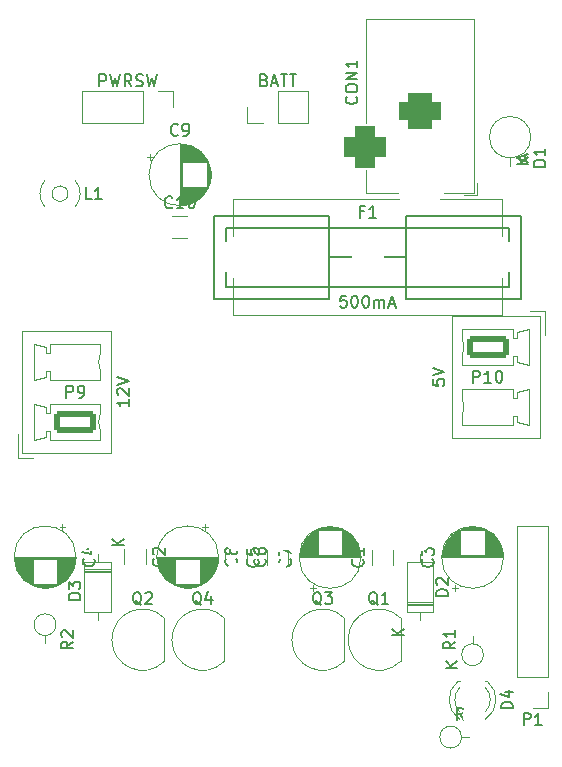
<source format=gto>
G04 #@! TF.GenerationSoftware,KiCad,Pcbnew,6.0.4+dfsg-1+b1*
G04 #@! TF.CreationDate,2022-04-24T01:25:23+03:00*
G04 #@! TF.ProjectId,yatabaza-power,79617461-6261-47a6-912d-706f7765722e,rev?*
G04 #@! TF.SameCoordinates,Original*
G04 #@! TF.FileFunction,Legend,Top*
G04 #@! TF.FilePolarity,Positive*
%FSLAX46Y46*%
G04 Gerber Fmt 4.6, Leading zero omitted, Abs format (unit mm)*
G04 Created by KiCad (PCBNEW 6.0.4+dfsg-1+b1) date 2022-04-24 01:25:23*
%MOMM*%
%LPD*%
G01*
G04 APERTURE LIST*
G04 Aperture macros list*
%AMRoundRect*
0 Rectangle with rounded corners*
0 $1 Rounding radius*
0 $2 $3 $4 $5 $6 $7 $8 $9 X,Y pos of 4 corners*
0 Add a 4 corners polygon primitive as box body*
4,1,4,$2,$3,$4,$5,$6,$7,$8,$9,$2,$3,0*
0 Add four circle primitives for the rounded corners*
1,1,$1+$1,$2,$3*
1,1,$1+$1,$4,$5*
1,1,$1+$1,$6,$7*
1,1,$1+$1,$8,$9*
0 Add four rect primitives between the rounded corners*
20,1,$1+$1,$2,$3,$4,$5,0*
20,1,$1+$1,$4,$5,$6,$7,0*
20,1,$1+$1,$6,$7,$8,$9,0*
20,1,$1+$1,$8,$9,$2,$3,0*%
G04 Aperture macros list end*
%ADD10C,0.150000*%
%ADD11C,0.120000*%
%ADD12C,1.600000*%
%ADD13R,1.600000X1.600000*%
%ADD14R,3.500000X3.500000*%
%ADD15RoundRect,0.750000X-1.000000X0.750000X-1.000000X-0.750000X1.000000X-0.750000X1.000000X0.750000X0*%
%ADD16RoundRect,0.875000X-0.875000X0.875000X-0.875000X-0.875000X0.875000X-0.875000X0.875000X0.875000X0*%
%ADD17O,1.600000X1.600000*%
%ADD18R,1.700000X1.700000*%
%ADD19O,1.700000X1.700000*%
%ADD20O,1.300000X1.300000*%
%ADD21C,1.300000*%
%ADD22C,1.400000*%
%ADD23O,1.400000X1.400000*%
%ADD24C,2.000000*%
%ADD25C,2.700000*%
%ADD26C,3.000000*%
%ADD27R,1.800000X1.800000*%
%ADD28C,1.800000*%
%ADD29R,2.200000X2.200000*%
%ADD30O,2.200000X2.200000*%
%ADD31C,4.500000*%
%ADD32RoundRect,0.250000X1.550000X-0.650000X1.550000X0.650000X-1.550000X0.650000X-1.550000X-0.650000X0*%
%ADD33O,3.600000X1.800000*%
%ADD34RoundRect,0.250000X-1.550000X0.650000X-1.550000X-0.650000X1.550000X-0.650000X1.550000X0.650000X0*%
G04 APERTURE END LIST*
D10*
X41833800Y-28575000D02*
X48336200Y-28575000D01*
X48336200Y-25074880D02*
X58084720Y-25074880D01*
X58084720Y-25074880D02*
X58084720Y-32075120D01*
X58084720Y-32075120D02*
X48336200Y-32075120D01*
X48336200Y-32075120D02*
X48336200Y-25074880D01*
X32085280Y-25074880D02*
X41833800Y-25074880D01*
X41833800Y-25074880D02*
X41833800Y-32075120D01*
X41833800Y-32075120D02*
X32085280Y-32075120D01*
X32085280Y-32075120D02*
X32085280Y-25074880D01*
X33086040Y-26075640D02*
X57083960Y-26075640D01*
X57083960Y-26075640D02*
X57083960Y-31074360D01*
X57083960Y-31074360D02*
X33086040Y-31074360D01*
X33086040Y-31074360D02*
X33086040Y-26075640D01*
X44662142Y-54161666D02*
X44709761Y-54209285D01*
X44757380Y-54352142D01*
X44757380Y-54447380D01*
X44709761Y-54590238D01*
X44614523Y-54685476D01*
X44519285Y-54733095D01*
X44328809Y-54780714D01*
X44185952Y-54780714D01*
X43995476Y-54733095D01*
X43900238Y-54685476D01*
X43805000Y-54590238D01*
X43757380Y-54447380D01*
X43757380Y-54352142D01*
X43805000Y-54209285D01*
X43852619Y-54161666D01*
X44757380Y-53209285D02*
X44757380Y-53780714D01*
X44757380Y-53495000D02*
X43757380Y-53495000D01*
X43900238Y-53590238D01*
X43995476Y-53685476D01*
X44043095Y-53780714D01*
X27807142Y-54121666D02*
X27854761Y-54169285D01*
X27902380Y-54312142D01*
X27902380Y-54407380D01*
X27854761Y-54550238D01*
X27759523Y-54645476D01*
X27664285Y-54693095D01*
X27473809Y-54740714D01*
X27330952Y-54740714D01*
X27140476Y-54693095D01*
X27045238Y-54645476D01*
X26950000Y-54550238D01*
X26902380Y-54407380D01*
X26902380Y-54312142D01*
X26950000Y-54169285D01*
X26997619Y-54121666D01*
X26997619Y-53740714D02*
X26950000Y-53693095D01*
X26902380Y-53597857D01*
X26902380Y-53359761D01*
X26950000Y-53264523D01*
X26997619Y-53216904D01*
X27092857Y-53169285D01*
X27188095Y-53169285D01*
X27330952Y-53216904D01*
X27902380Y-53788333D01*
X27902380Y-53169285D01*
X50582142Y-54161666D02*
X50629761Y-54209285D01*
X50677380Y-54352142D01*
X50677380Y-54447380D01*
X50629761Y-54590238D01*
X50534523Y-54685476D01*
X50439285Y-54733095D01*
X50248809Y-54780714D01*
X50105952Y-54780714D01*
X49915476Y-54733095D01*
X49820238Y-54685476D01*
X49725000Y-54590238D01*
X49677380Y-54447380D01*
X49677380Y-54352142D01*
X49725000Y-54209285D01*
X49772619Y-54161666D01*
X49677380Y-53828333D02*
X49677380Y-53209285D01*
X50058333Y-53542619D01*
X50058333Y-53399761D01*
X50105952Y-53304523D01*
X50153571Y-53256904D01*
X50248809Y-53209285D01*
X50486904Y-53209285D01*
X50582142Y-53256904D01*
X50629761Y-53304523D01*
X50677380Y-53399761D01*
X50677380Y-53685476D01*
X50629761Y-53780714D01*
X50582142Y-53828333D01*
X21887142Y-54121666D02*
X21934761Y-54169285D01*
X21982380Y-54312142D01*
X21982380Y-54407380D01*
X21934761Y-54550238D01*
X21839523Y-54645476D01*
X21744285Y-54693095D01*
X21553809Y-54740714D01*
X21410952Y-54740714D01*
X21220476Y-54693095D01*
X21125238Y-54645476D01*
X21030000Y-54550238D01*
X20982380Y-54407380D01*
X20982380Y-54312142D01*
X21030000Y-54169285D01*
X21077619Y-54121666D01*
X21315714Y-53264523D02*
X21982380Y-53264523D01*
X20934761Y-53502619D02*
X21649047Y-53740714D01*
X21649047Y-53121666D01*
X35772142Y-54161666D02*
X35819761Y-54209285D01*
X35867380Y-54352142D01*
X35867380Y-54447380D01*
X35819761Y-54590238D01*
X35724523Y-54685476D01*
X35629285Y-54733095D01*
X35438809Y-54780714D01*
X35295952Y-54780714D01*
X35105476Y-54733095D01*
X35010238Y-54685476D01*
X34915000Y-54590238D01*
X34867380Y-54447380D01*
X34867380Y-54352142D01*
X34915000Y-54209285D01*
X34962619Y-54161666D01*
X34867380Y-53256904D02*
X34867380Y-53733095D01*
X35343571Y-53780714D01*
X35295952Y-53733095D01*
X35248333Y-53637857D01*
X35248333Y-53399761D01*
X35295952Y-53304523D01*
X35343571Y-53256904D01*
X35438809Y-53209285D01*
X35676904Y-53209285D01*
X35772142Y-53256904D01*
X35819761Y-53304523D01*
X35867380Y-53399761D01*
X35867380Y-53637857D01*
X35819761Y-53733095D01*
X35772142Y-53780714D01*
X36379642Y-54121666D02*
X36427261Y-54169285D01*
X36474880Y-54312142D01*
X36474880Y-54407380D01*
X36427261Y-54550238D01*
X36332023Y-54645476D01*
X36236785Y-54693095D01*
X36046309Y-54740714D01*
X35903452Y-54740714D01*
X35712976Y-54693095D01*
X35617738Y-54645476D01*
X35522500Y-54550238D01*
X35474880Y-54407380D01*
X35474880Y-54312142D01*
X35522500Y-54169285D01*
X35570119Y-54121666D01*
X35474880Y-53264523D02*
X35474880Y-53455000D01*
X35522500Y-53550238D01*
X35570119Y-53597857D01*
X35712976Y-53693095D01*
X35903452Y-53740714D01*
X36284404Y-53740714D01*
X36379642Y-53693095D01*
X36427261Y-53645476D01*
X36474880Y-53550238D01*
X36474880Y-53359761D01*
X36427261Y-53264523D01*
X36379642Y-53216904D01*
X36284404Y-53169285D01*
X36046309Y-53169285D01*
X35951071Y-53216904D01*
X35903452Y-53264523D01*
X35855833Y-53359761D01*
X35855833Y-53550238D01*
X35903452Y-53645476D01*
X35951071Y-53693095D01*
X36046309Y-53740714D01*
X38517142Y-54161666D02*
X38564761Y-54209285D01*
X38612380Y-54352142D01*
X38612380Y-54447380D01*
X38564761Y-54590238D01*
X38469523Y-54685476D01*
X38374285Y-54733095D01*
X38183809Y-54780714D01*
X38040952Y-54780714D01*
X37850476Y-54733095D01*
X37755238Y-54685476D01*
X37660000Y-54590238D01*
X37612380Y-54447380D01*
X37612380Y-54352142D01*
X37660000Y-54209285D01*
X37707619Y-54161666D01*
X37612380Y-53828333D02*
X37612380Y-53161666D01*
X38612380Y-53590238D01*
X33952142Y-54121666D02*
X33999761Y-54169285D01*
X34047380Y-54312142D01*
X34047380Y-54407380D01*
X33999761Y-54550238D01*
X33904523Y-54645476D01*
X33809285Y-54693095D01*
X33618809Y-54740714D01*
X33475952Y-54740714D01*
X33285476Y-54693095D01*
X33190238Y-54645476D01*
X33095000Y-54550238D01*
X33047380Y-54407380D01*
X33047380Y-54312142D01*
X33095000Y-54169285D01*
X33142619Y-54121666D01*
X33475952Y-53550238D02*
X33428333Y-53645476D01*
X33380714Y-53693095D01*
X33285476Y-53740714D01*
X33237857Y-53740714D01*
X33142619Y-53693095D01*
X33095000Y-53645476D01*
X33047380Y-53550238D01*
X33047380Y-53359761D01*
X33095000Y-53264523D01*
X33142619Y-53216904D01*
X33237857Y-53169285D01*
X33285476Y-53169285D01*
X33380714Y-53216904D01*
X33428333Y-53264523D01*
X33475952Y-53359761D01*
X33475952Y-53550238D01*
X33523571Y-53645476D01*
X33571190Y-53693095D01*
X33666428Y-53740714D01*
X33856904Y-53740714D01*
X33952142Y-53693095D01*
X33999761Y-53645476D01*
X34047380Y-53550238D01*
X34047380Y-53359761D01*
X33999761Y-53264523D01*
X33952142Y-53216904D01*
X33856904Y-53169285D01*
X33666428Y-53169285D01*
X33571190Y-53216904D01*
X33523571Y-53264523D01*
X33475952Y-53359761D01*
X44137142Y-14989285D02*
X44184761Y-15036904D01*
X44232380Y-15179761D01*
X44232380Y-15275000D01*
X44184761Y-15417857D01*
X44089523Y-15513095D01*
X43994285Y-15560714D01*
X43803809Y-15608333D01*
X43660952Y-15608333D01*
X43470476Y-15560714D01*
X43375238Y-15513095D01*
X43280000Y-15417857D01*
X43232380Y-15275000D01*
X43232380Y-15179761D01*
X43280000Y-15036904D01*
X43327619Y-14989285D01*
X43232380Y-14370238D02*
X43232380Y-14179761D01*
X43280000Y-14084523D01*
X43375238Y-13989285D01*
X43565714Y-13941666D01*
X43899047Y-13941666D01*
X44089523Y-13989285D01*
X44184761Y-14084523D01*
X44232380Y-14179761D01*
X44232380Y-14370238D01*
X44184761Y-14465476D01*
X44089523Y-14560714D01*
X43899047Y-14608333D01*
X43565714Y-14608333D01*
X43375238Y-14560714D01*
X43280000Y-14465476D01*
X43232380Y-14370238D01*
X44232380Y-13513095D02*
X43232380Y-13513095D01*
X44232380Y-12941666D01*
X43232380Y-12941666D01*
X44232380Y-11941666D02*
X44232380Y-12513095D01*
X44232380Y-12227380D02*
X43232380Y-12227380D01*
X43375238Y-12322619D01*
X43470476Y-12417857D01*
X43518095Y-12513095D01*
X51887380Y-57253095D02*
X50887380Y-57253095D01*
X50887380Y-57015000D01*
X50935000Y-56872142D01*
X51030238Y-56776904D01*
X51125476Y-56729285D01*
X51315952Y-56681666D01*
X51458809Y-56681666D01*
X51649285Y-56729285D01*
X51744523Y-56776904D01*
X51839761Y-56872142D01*
X51887380Y-57015000D01*
X51887380Y-57253095D01*
X50982619Y-56300714D02*
X50935000Y-56253095D01*
X50887380Y-56157857D01*
X50887380Y-55919761D01*
X50935000Y-55824523D01*
X50982619Y-55776904D01*
X51077857Y-55729285D01*
X51173095Y-55729285D01*
X51315952Y-55776904D01*
X51887380Y-56348333D01*
X51887380Y-55729285D01*
X48182380Y-60586904D02*
X47182380Y-60586904D01*
X48182380Y-60015476D02*
X47610952Y-60444047D01*
X47182380Y-60015476D02*
X47753809Y-60586904D01*
X20772380Y-57570595D02*
X19772380Y-57570595D01*
X19772380Y-57332500D01*
X19820000Y-57189642D01*
X19915238Y-57094404D01*
X20010476Y-57046785D01*
X20200952Y-56999166D01*
X20343809Y-56999166D01*
X20534285Y-57046785D01*
X20629523Y-57094404D01*
X20724761Y-57189642D01*
X20772380Y-57332500D01*
X20772380Y-57570595D01*
X19772380Y-56665833D02*
X19772380Y-56046785D01*
X20153333Y-56380119D01*
X20153333Y-56237261D01*
X20200952Y-56142023D01*
X20248571Y-56094404D01*
X20343809Y-56046785D01*
X20581904Y-56046785D01*
X20677142Y-56094404D01*
X20724761Y-56142023D01*
X20772380Y-56237261D01*
X20772380Y-56522976D01*
X20724761Y-56618214D01*
X20677142Y-56665833D01*
X24477380Y-52966904D02*
X23477380Y-52966904D01*
X24477380Y-52395476D02*
X23905952Y-52824047D01*
X23477380Y-52395476D02*
X24048809Y-52966904D01*
X58316904Y-68187380D02*
X58316904Y-67187380D01*
X58697857Y-67187380D01*
X58793095Y-67235000D01*
X58840714Y-67282619D01*
X58888333Y-67377857D01*
X58888333Y-67520714D01*
X58840714Y-67615952D01*
X58793095Y-67663571D01*
X58697857Y-67711190D01*
X58316904Y-67711190D01*
X59840714Y-68187380D02*
X59269285Y-68187380D01*
X59555000Y-68187380D02*
X59555000Y-67187380D01*
X59459761Y-67330238D01*
X59364523Y-67425476D01*
X59269285Y-67473095D01*
X36345952Y-13581071D02*
X36488809Y-13628690D01*
X36536428Y-13676309D01*
X36584047Y-13771547D01*
X36584047Y-13914404D01*
X36536428Y-14009642D01*
X36488809Y-14057261D01*
X36393571Y-14104880D01*
X36012619Y-14104880D01*
X36012619Y-13104880D01*
X36345952Y-13104880D01*
X36441190Y-13152500D01*
X36488809Y-13200119D01*
X36536428Y-13295357D01*
X36536428Y-13390595D01*
X36488809Y-13485833D01*
X36441190Y-13533452D01*
X36345952Y-13581071D01*
X36012619Y-13581071D01*
X36965000Y-13819166D02*
X37441190Y-13819166D01*
X36869761Y-14104880D02*
X37203095Y-13104880D01*
X37536428Y-14104880D01*
X37726904Y-13104880D02*
X38298333Y-13104880D01*
X38012619Y-14104880D02*
X38012619Y-13104880D01*
X38488809Y-13104880D02*
X39060238Y-13104880D01*
X38774523Y-14104880D02*
X38774523Y-13104880D01*
X22384047Y-14104880D02*
X22384047Y-13104880D01*
X22765000Y-13104880D01*
X22860238Y-13152500D01*
X22907857Y-13200119D01*
X22955476Y-13295357D01*
X22955476Y-13438214D01*
X22907857Y-13533452D01*
X22860238Y-13581071D01*
X22765000Y-13628690D01*
X22384047Y-13628690D01*
X23288809Y-13104880D02*
X23526904Y-14104880D01*
X23717380Y-13390595D01*
X23907857Y-14104880D01*
X24145952Y-13104880D01*
X25098333Y-14104880D02*
X24765000Y-13628690D01*
X24526904Y-14104880D02*
X24526904Y-13104880D01*
X24907857Y-13104880D01*
X25003095Y-13152500D01*
X25050714Y-13200119D01*
X25098333Y-13295357D01*
X25098333Y-13438214D01*
X25050714Y-13533452D01*
X25003095Y-13581071D01*
X24907857Y-13628690D01*
X24526904Y-13628690D01*
X25479285Y-14057261D02*
X25622142Y-14104880D01*
X25860238Y-14104880D01*
X25955476Y-14057261D01*
X26003095Y-14009642D01*
X26050714Y-13914404D01*
X26050714Y-13819166D01*
X26003095Y-13723928D01*
X25955476Y-13676309D01*
X25860238Y-13628690D01*
X25669761Y-13581071D01*
X25574523Y-13533452D01*
X25526904Y-13485833D01*
X25479285Y-13390595D01*
X25479285Y-13295357D01*
X25526904Y-13200119D01*
X25574523Y-13152500D01*
X25669761Y-13104880D01*
X25907857Y-13104880D01*
X26050714Y-13152500D01*
X26384047Y-13104880D02*
X26622142Y-14104880D01*
X26812619Y-13390595D01*
X27003095Y-14104880D01*
X27241190Y-13104880D01*
X45942261Y-58015119D02*
X45847023Y-57967500D01*
X45751785Y-57872261D01*
X45608928Y-57729404D01*
X45513690Y-57681785D01*
X45418452Y-57681785D01*
X45466071Y-57919880D02*
X45370833Y-57872261D01*
X45275595Y-57777023D01*
X45227976Y-57586547D01*
X45227976Y-57253214D01*
X45275595Y-57062738D01*
X45370833Y-56967500D01*
X45466071Y-56919880D01*
X45656547Y-56919880D01*
X45751785Y-56967500D01*
X45847023Y-57062738D01*
X45894642Y-57253214D01*
X45894642Y-57586547D01*
X45847023Y-57777023D01*
X45751785Y-57872261D01*
X45656547Y-57919880D01*
X45466071Y-57919880D01*
X46847023Y-57919880D02*
X46275595Y-57919880D01*
X46561309Y-57919880D02*
X46561309Y-56919880D01*
X46466071Y-57062738D01*
X46370833Y-57157976D01*
X46275595Y-57205595D01*
X25939761Y-58015119D02*
X25844523Y-57967500D01*
X25749285Y-57872261D01*
X25606428Y-57729404D01*
X25511190Y-57681785D01*
X25415952Y-57681785D01*
X25463571Y-57919880D02*
X25368333Y-57872261D01*
X25273095Y-57777023D01*
X25225476Y-57586547D01*
X25225476Y-57253214D01*
X25273095Y-57062738D01*
X25368333Y-56967500D01*
X25463571Y-56919880D01*
X25654047Y-56919880D01*
X25749285Y-56967500D01*
X25844523Y-57062738D01*
X25892142Y-57253214D01*
X25892142Y-57586547D01*
X25844523Y-57777023D01*
X25749285Y-57872261D01*
X25654047Y-57919880D01*
X25463571Y-57919880D01*
X26273095Y-57015119D02*
X26320714Y-56967500D01*
X26415952Y-56919880D01*
X26654047Y-56919880D01*
X26749285Y-56967500D01*
X26796904Y-57015119D01*
X26844523Y-57110357D01*
X26844523Y-57205595D01*
X26796904Y-57348452D01*
X26225476Y-57919880D01*
X26844523Y-57919880D01*
X41179761Y-58015119D02*
X41084523Y-57967500D01*
X40989285Y-57872261D01*
X40846428Y-57729404D01*
X40751190Y-57681785D01*
X40655952Y-57681785D01*
X40703571Y-57919880D02*
X40608333Y-57872261D01*
X40513095Y-57777023D01*
X40465476Y-57586547D01*
X40465476Y-57253214D01*
X40513095Y-57062738D01*
X40608333Y-56967500D01*
X40703571Y-56919880D01*
X40894047Y-56919880D01*
X40989285Y-56967500D01*
X41084523Y-57062738D01*
X41132142Y-57253214D01*
X41132142Y-57586547D01*
X41084523Y-57777023D01*
X40989285Y-57872261D01*
X40894047Y-57919880D01*
X40703571Y-57919880D01*
X41465476Y-56919880D02*
X42084523Y-56919880D01*
X41751190Y-57300833D01*
X41894047Y-57300833D01*
X41989285Y-57348452D01*
X42036904Y-57396071D01*
X42084523Y-57491309D01*
X42084523Y-57729404D01*
X42036904Y-57824642D01*
X41989285Y-57872261D01*
X41894047Y-57919880D01*
X41608333Y-57919880D01*
X41513095Y-57872261D01*
X41465476Y-57824642D01*
X31019761Y-58015119D02*
X30924523Y-57967500D01*
X30829285Y-57872261D01*
X30686428Y-57729404D01*
X30591190Y-57681785D01*
X30495952Y-57681785D01*
X30543571Y-57919880D02*
X30448333Y-57872261D01*
X30353095Y-57777023D01*
X30305476Y-57586547D01*
X30305476Y-57253214D01*
X30353095Y-57062738D01*
X30448333Y-56967500D01*
X30543571Y-56919880D01*
X30734047Y-56919880D01*
X30829285Y-56967500D01*
X30924523Y-57062738D01*
X30972142Y-57253214D01*
X30972142Y-57586547D01*
X30924523Y-57777023D01*
X30829285Y-57872261D01*
X30734047Y-57919880D01*
X30543571Y-57919880D01*
X31829285Y-57253214D02*
X31829285Y-57919880D01*
X31591190Y-56872261D02*
X31353095Y-57586547D01*
X31972142Y-57586547D01*
X52507380Y-61126666D02*
X52031190Y-61460000D01*
X52507380Y-61698095D02*
X51507380Y-61698095D01*
X51507380Y-61317142D01*
X51555000Y-61221904D01*
X51602619Y-61174285D01*
X51697857Y-61126666D01*
X51840714Y-61126666D01*
X51935952Y-61174285D01*
X51983571Y-61221904D01*
X52031190Y-61317142D01*
X52031190Y-61698095D01*
X52507380Y-60174285D02*
X52507380Y-60745714D01*
X52507380Y-60460000D02*
X51507380Y-60460000D01*
X51650238Y-60555238D01*
X51745476Y-60650476D01*
X51793095Y-60745714D01*
X20152380Y-61126666D02*
X19676190Y-61460000D01*
X20152380Y-61698095D02*
X19152380Y-61698095D01*
X19152380Y-61317142D01*
X19200000Y-61221904D01*
X19247619Y-61174285D01*
X19342857Y-61126666D01*
X19485714Y-61126666D01*
X19580952Y-61174285D01*
X19628571Y-61221904D01*
X19676190Y-61317142D01*
X19676190Y-61698095D01*
X19247619Y-60745714D02*
X19200000Y-60698095D01*
X19152380Y-60602857D01*
X19152380Y-60364761D01*
X19200000Y-60269523D01*
X19247619Y-60221904D01*
X19342857Y-60174285D01*
X19438095Y-60174285D01*
X19580952Y-60221904D01*
X20152380Y-60793333D01*
X20152380Y-60174285D01*
X29023333Y-18197142D02*
X28975714Y-18244761D01*
X28832857Y-18292380D01*
X28737619Y-18292380D01*
X28594761Y-18244761D01*
X28499523Y-18149523D01*
X28451904Y-18054285D01*
X28404285Y-17863809D01*
X28404285Y-17720952D01*
X28451904Y-17530476D01*
X28499523Y-17435238D01*
X28594761Y-17340000D01*
X28737619Y-17292380D01*
X28832857Y-17292380D01*
X28975714Y-17340000D01*
X29023333Y-17387619D01*
X29499523Y-18292380D02*
X29690000Y-18292380D01*
X29785238Y-18244761D01*
X29832857Y-18197142D01*
X29928095Y-18054285D01*
X29975714Y-17863809D01*
X29975714Y-17482857D01*
X29928095Y-17387619D01*
X29880476Y-17340000D01*
X29785238Y-17292380D01*
X29594761Y-17292380D01*
X29499523Y-17340000D01*
X29451904Y-17387619D01*
X29404285Y-17482857D01*
X29404285Y-17720952D01*
X29451904Y-17816190D01*
X29499523Y-17863809D01*
X29594761Y-17911428D01*
X29785238Y-17911428D01*
X29880476Y-17863809D01*
X29928095Y-17816190D01*
X29975714Y-17720952D01*
X28547142Y-24342142D02*
X28499523Y-24389761D01*
X28356666Y-24437380D01*
X28261428Y-24437380D01*
X28118571Y-24389761D01*
X28023333Y-24294523D01*
X27975714Y-24199285D01*
X27928095Y-24008809D01*
X27928095Y-23865952D01*
X27975714Y-23675476D01*
X28023333Y-23580238D01*
X28118571Y-23485000D01*
X28261428Y-23437380D01*
X28356666Y-23437380D01*
X28499523Y-23485000D01*
X28547142Y-23532619D01*
X29499523Y-24437380D02*
X28928095Y-24437380D01*
X29213809Y-24437380D02*
X29213809Y-23437380D01*
X29118571Y-23580238D01*
X29023333Y-23675476D01*
X28928095Y-23723095D01*
X30118571Y-23437380D02*
X30213809Y-23437380D01*
X30309047Y-23485000D01*
X30356666Y-23532619D01*
X30404285Y-23627857D01*
X30451904Y-23818333D01*
X30451904Y-24056428D01*
X30404285Y-24246904D01*
X30356666Y-24342142D01*
X30309047Y-24389761D01*
X30213809Y-24437380D01*
X30118571Y-24437380D01*
X30023333Y-24389761D01*
X29975714Y-24342142D01*
X29928095Y-24246904D01*
X29880476Y-24056428D01*
X29880476Y-23818333D01*
X29928095Y-23627857D01*
X29975714Y-23532619D01*
X30023333Y-23485000D01*
X30118571Y-23437380D01*
X21720833Y-23654880D02*
X21244642Y-23654880D01*
X21244642Y-22654880D01*
X22577976Y-23654880D02*
X22006547Y-23654880D01*
X22292261Y-23654880D02*
X22292261Y-22654880D01*
X22197023Y-22797738D01*
X22101785Y-22892976D01*
X22006547Y-22940595D01*
X44751666Y-24693571D02*
X44418333Y-24693571D01*
X44418333Y-25217380D02*
X44418333Y-24217380D01*
X44894523Y-24217380D01*
X45799285Y-25217380D02*
X45227857Y-25217380D01*
X45513571Y-25217380D02*
X45513571Y-24217380D01*
X45418333Y-24360238D01*
X45323095Y-24455476D01*
X45227857Y-24503095D01*
X43275476Y-31837380D02*
X42799285Y-31837380D01*
X42751666Y-32313571D01*
X42799285Y-32265952D01*
X42894523Y-32218333D01*
X43132619Y-32218333D01*
X43227857Y-32265952D01*
X43275476Y-32313571D01*
X43323095Y-32408809D01*
X43323095Y-32646904D01*
X43275476Y-32742142D01*
X43227857Y-32789761D01*
X43132619Y-32837380D01*
X42894523Y-32837380D01*
X42799285Y-32789761D01*
X42751666Y-32742142D01*
X43942142Y-31837380D02*
X44037380Y-31837380D01*
X44132619Y-31885000D01*
X44180238Y-31932619D01*
X44227857Y-32027857D01*
X44275476Y-32218333D01*
X44275476Y-32456428D01*
X44227857Y-32646904D01*
X44180238Y-32742142D01*
X44132619Y-32789761D01*
X44037380Y-32837380D01*
X43942142Y-32837380D01*
X43846904Y-32789761D01*
X43799285Y-32742142D01*
X43751666Y-32646904D01*
X43704047Y-32456428D01*
X43704047Y-32218333D01*
X43751666Y-32027857D01*
X43799285Y-31932619D01*
X43846904Y-31885000D01*
X43942142Y-31837380D01*
X44894523Y-31837380D02*
X44989761Y-31837380D01*
X45085000Y-31885000D01*
X45132619Y-31932619D01*
X45180238Y-32027857D01*
X45227857Y-32218333D01*
X45227857Y-32456428D01*
X45180238Y-32646904D01*
X45132619Y-32742142D01*
X45085000Y-32789761D01*
X44989761Y-32837380D01*
X44894523Y-32837380D01*
X44799285Y-32789761D01*
X44751666Y-32742142D01*
X44704047Y-32646904D01*
X44656428Y-32456428D01*
X44656428Y-32218333D01*
X44704047Y-32027857D01*
X44751666Y-31932619D01*
X44799285Y-31885000D01*
X44894523Y-31837380D01*
X45656428Y-32837380D02*
X45656428Y-32170714D01*
X45656428Y-32265952D02*
X45704047Y-32218333D01*
X45799285Y-32170714D01*
X45942142Y-32170714D01*
X46037380Y-32218333D01*
X46085000Y-32313571D01*
X46085000Y-32837380D01*
X46085000Y-32313571D02*
X46132619Y-32218333D01*
X46227857Y-32170714D01*
X46370714Y-32170714D01*
X46465952Y-32218333D01*
X46513571Y-32313571D01*
X46513571Y-32837380D01*
X46942142Y-32551666D02*
X47418333Y-32551666D01*
X46846904Y-32837380D02*
X47180238Y-31837380D01*
X47513571Y-32837380D01*
X57387380Y-66778095D02*
X56387380Y-66778095D01*
X56387380Y-66540000D01*
X56435000Y-66397142D01*
X56530238Y-66301904D01*
X56625476Y-66254285D01*
X56815952Y-66206666D01*
X56958809Y-66206666D01*
X57149285Y-66254285D01*
X57244523Y-66301904D01*
X57339761Y-66397142D01*
X57387380Y-66540000D01*
X57387380Y-66778095D01*
X56720714Y-65349523D02*
X57387380Y-65349523D01*
X56339761Y-65587619D02*
X57054047Y-65825714D01*
X57054047Y-65206666D01*
X52687380Y-63341904D02*
X51687380Y-63341904D01*
X52687380Y-62770476D02*
X52115952Y-63199047D01*
X51687380Y-62770476D02*
X52258809Y-63341904D01*
X53223333Y-67747380D02*
X52890000Y-67271190D01*
X52651904Y-67747380D02*
X52651904Y-66747380D01*
X53032857Y-66747380D01*
X53128095Y-66795000D01*
X53175714Y-66842619D01*
X53223333Y-66937857D01*
X53223333Y-67080714D01*
X53175714Y-67175952D01*
X53128095Y-67223571D01*
X53032857Y-67271190D01*
X52651904Y-67271190D01*
X53556666Y-66747380D02*
X54175714Y-66747380D01*
X53842380Y-67128333D01*
X53985238Y-67128333D01*
X54080476Y-67175952D01*
X54128095Y-67223571D01*
X54175714Y-67318809D01*
X54175714Y-67556904D01*
X54128095Y-67652142D01*
X54080476Y-67699761D01*
X53985238Y-67747380D01*
X53699523Y-67747380D01*
X53604285Y-67699761D01*
X53556666Y-67652142D01*
X60142380Y-20903730D02*
X59142380Y-20903730D01*
X59142380Y-20665635D01*
X59190000Y-20522777D01*
X59285238Y-20427539D01*
X59380476Y-20379920D01*
X59570952Y-20332301D01*
X59713809Y-20332301D01*
X59904285Y-20379920D01*
X59999523Y-20427539D01*
X60094761Y-20522777D01*
X60142380Y-20665635D01*
X60142380Y-20903730D01*
X60142380Y-19379920D02*
X60142380Y-19951349D01*
X60142380Y-19665635D02*
X59142380Y-19665635D01*
X59285238Y-19760873D01*
X59380476Y-19856111D01*
X59428095Y-19951349D01*
X58702380Y-20686904D02*
X57702380Y-20686904D01*
X58702380Y-20115476D02*
X58130952Y-20544047D01*
X57702380Y-20115476D02*
X58273809Y-20686904D01*
X58416666Y-20453095D02*
X58416666Y-19976904D01*
X58702380Y-20548333D02*
X57702380Y-20215000D01*
X58702380Y-19881666D01*
X19581904Y-40457380D02*
X19581904Y-39457380D01*
X19962857Y-39457380D01*
X20058095Y-39505000D01*
X20105714Y-39552619D01*
X20153333Y-39647857D01*
X20153333Y-39790714D01*
X20105714Y-39885952D01*
X20058095Y-39933571D01*
X19962857Y-39981190D01*
X19581904Y-39981190D01*
X20629523Y-40457380D02*
X20820000Y-40457380D01*
X20915238Y-40409761D01*
X20962857Y-40362142D01*
X21058095Y-40219285D01*
X21105714Y-40028809D01*
X21105714Y-39647857D01*
X21058095Y-39552619D01*
X21010476Y-39505000D01*
X20915238Y-39457380D01*
X20724761Y-39457380D01*
X20629523Y-39505000D01*
X20581904Y-39552619D01*
X20534285Y-39647857D01*
X20534285Y-39885952D01*
X20581904Y-39981190D01*
X20629523Y-40028809D01*
X20724761Y-40076428D01*
X20915238Y-40076428D01*
X21010476Y-40028809D01*
X21058095Y-39981190D01*
X21105714Y-39885952D01*
X24872380Y-40624047D02*
X24872380Y-41195476D01*
X24872380Y-40909761D02*
X23872380Y-40909761D01*
X24015238Y-41005000D01*
X24110476Y-41100238D01*
X24158095Y-41195476D01*
X23967619Y-40243095D02*
X23920000Y-40195476D01*
X23872380Y-40100238D01*
X23872380Y-39862142D01*
X23920000Y-39766904D01*
X23967619Y-39719285D01*
X24062857Y-39671666D01*
X24158095Y-39671666D01*
X24300952Y-39719285D01*
X24872380Y-40290714D01*
X24872380Y-39671666D01*
X23872380Y-39385952D02*
X24872380Y-39052619D01*
X23872380Y-38719285D01*
X54030714Y-39187380D02*
X54030714Y-38187380D01*
X54411666Y-38187380D01*
X54506904Y-38235000D01*
X54554523Y-38282619D01*
X54602142Y-38377857D01*
X54602142Y-38520714D01*
X54554523Y-38615952D01*
X54506904Y-38663571D01*
X54411666Y-38711190D01*
X54030714Y-38711190D01*
X55554523Y-39187380D02*
X54983095Y-39187380D01*
X55268809Y-39187380D02*
X55268809Y-38187380D01*
X55173571Y-38330238D01*
X55078333Y-38425476D01*
X54983095Y-38473095D01*
X56173571Y-38187380D02*
X56268809Y-38187380D01*
X56364047Y-38235000D01*
X56411666Y-38282619D01*
X56459285Y-38377857D01*
X56506904Y-38568333D01*
X56506904Y-38806428D01*
X56459285Y-38996904D01*
X56411666Y-39092142D01*
X56364047Y-39139761D01*
X56268809Y-39187380D01*
X56173571Y-39187380D01*
X56078333Y-39139761D01*
X56030714Y-39092142D01*
X55983095Y-38996904D01*
X55935476Y-38806428D01*
X55935476Y-38568333D01*
X55983095Y-38377857D01*
X56030714Y-38282619D01*
X56078333Y-38235000D01*
X56173571Y-38187380D01*
X50597380Y-38925476D02*
X50597380Y-39401666D01*
X51073571Y-39449285D01*
X51025952Y-39401666D01*
X50978333Y-39306428D01*
X50978333Y-39068333D01*
X51025952Y-38973095D01*
X51073571Y-38925476D01*
X51168809Y-38877857D01*
X51406904Y-38877857D01*
X51502142Y-38925476D01*
X51549761Y-38973095D01*
X51597380Y-39068333D01*
X51597380Y-39306428D01*
X51549761Y-39401666D01*
X51502142Y-39449285D01*
X50597380Y-38592142D02*
X51597380Y-38258809D01*
X50597380Y-37925476D01*
D11*
X47275000Y-54624000D02*
X47275000Y-53366000D01*
X45435000Y-54624000D02*
X45435000Y-53366000D01*
X24480000Y-53326000D02*
X24480000Y-54584000D01*
X26320000Y-53326000D02*
X26320000Y-54584000D01*
X52797000Y-51674000D02*
X55153000Y-51674000D01*
X51610000Y-52954000D02*
X52935000Y-52954000D01*
X51910000Y-52434000D02*
X52935000Y-52434000D01*
X55015000Y-52274000D02*
X55912000Y-52274000D01*
X51399000Y-53835000D02*
X56551000Y-53835000D01*
X55015000Y-51914000D02*
X55529000Y-51914000D01*
X51396000Y-53915000D02*
X56554000Y-53915000D01*
X55015000Y-53274000D02*
X56455000Y-53274000D01*
X51432000Y-53555000D02*
X52935000Y-53555000D01*
X51593000Y-52994000D02*
X52935000Y-52994000D01*
X52592000Y-51794000D02*
X52935000Y-51794000D01*
X51402000Y-53795000D02*
X56548000Y-53795000D01*
X55015000Y-52754000D02*
X56243000Y-52754000D01*
X52190000Y-52114000D02*
X52935000Y-52114000D01*
X55015000Y-52794000D02*
X56265000Y-52794000D01*
X55015000Y-52194000D02*
X55839000Y-52194000D01*
X51940000Y-52394000D02*
X52935000Y-52394000D01*
X52250000Y-56549775D02*
X52750000Y-56549775D01*
X55015000Y-52234000D02*
X55876000Y-52234000D01*
X55015000Y-53395000D02*
X56486000Y-53395000D01*
X52475000Y-51874000D02*
X52935000Y-51874000D01*
X52038000Y-52274000D02*
X52935000Y-52274000D01*
X51507000Y-53234000D02*
X52935000Y-53234000D01*
X51561000Y-53074000D02*
X52935000Y-53074000D01*
X52877000Y-51634000D02*
X55073000Y-51634000D01*
X51439000Y-53515000D02*
X52935000Y-53515000D01*
X52724000Y-51714000D02*
X52935000Y-51714000D01*
X55015000Y-53154000D02*
X56417000Y-53154000D01*
X55015000Y-51874000D02*
X55475000Y-51874000D01*
X55015000Y-52994000D02*
X56357000Y-52994000D01*
X51397000Y-53875000D02*
X56553000Y-53875000D01*
X55015000Y-52594000D02*
X56150000Y-52594000D01*
X55015000Y-53355000D02*
X56476000Y-53355000D01*
X55015000Y-51754000D02*
X55294000Y-51754000D01*
X51728000Y-52714000D02*
X52935000Y-52714000D01*
X52421000Y-51914000D02*
X52935000Y-51914000D01*
X55015000Y-51834000D02*
X55418000Y-51834000D01*
X55015000Y-52674000D02*
X56199000Y-52674000D01*
X55015000Y-52474000D02*
X56070000Y-52474000D01*
X53457000Y-51434000D02*
X54493000Y-51434000D01*
X53060000Y-51554000D02*
X54890000Y-51554000D01*
X51410000Y-53715000D02*
X52935000Y-53715000D01*
X52074000Y-52234000D02*
X52935000Y-52234000D01*
X55015000Y-53635000D02*
X56531000Y-53635000D01*
X51406000Y-53755000D02*
X52935000Y-53755000D01*
X55015000Y-52714000D02*
X56222000Y-52714000D01*
X55015000Y-53515000D02*
X56511000Y-53515000D01*
X55015000Y-51954000D02*
X55580000Y-51954000D01*
X51800000Y-52594000D02*
X52935000Y-52594000D01*
X55015000Y-51714000D02*
X55226000Y-51714000D01*
X52149000Y-52154000D02*
X52935000Y-52154000D01*
X55015000Y-53435000D02*
X56495000Y-53435000D01*
X55015000Y-53315000D02*
X56466000Y-53315000D01*
X55015000Y-53074000D02*
X56389000Y-53074000D01*
X55015000Y-53675000D02*
X56536000Y-53675000D01*
X51751000Y-52674000D02*
X52935000Y-52674000D01*
X55015000Y-52074000D02*
X55718000Y-52074000D01*
X55015000Y-52354000D02*
X55979000Y-52354000D01*
X55015000Y-51994000D02*
X55628000Y-51994000D01*
X55015000Y-53555000D02*
X56518000Y-53555000D01*
X55015000Y-52914000D02*
X56323000Y-52914000D01*
X52232000Y-52074000D02*
X52935000Y-52074000D01*
X55015000Y-52954000D02*
X56340000Y-52954000D01*
X51971000Y-52354000D02*
X52935000Y-52354000D01*
X52111000Y-52194000D02*
X52935000Y-52194000D01*
X55015000Y-53114000D02*
X56403000Y-53114000D01*
X52370000Y-51954000D02*
X52935000Y-51954000D01*
X51880000Y-52474000D02*
X52935000Y-52474000D01*
X51474000Y-53355000D02*
X52935000Y-53355000D01*
X53298000Y-51474000D02*
X54652000Y-51474000D01*
X52656000Y-51754000D02*
X52935000Y-51754000D01*
X51533000Y-53154000D02*
X52935000Y-53154000D01*
X55015000Y-53034000D02*
X56373000Y-53034000D01*
X55015000Y-53475000D02*
X56503000Y-53475000D01*
X51627000Y-52914000D02*
X52935000Y-52914000D01*
X51826000Y-52554000D02*
X52935000Y-52554000D01*
X55015000Y-52634000D02*
X56175000Y-52634000D01*
X51853000Y-52514000D02*
X52935000Y-52514000D01*
X51547000Y-53114000D02*
X52935000Y-53114000D01*
X55015000Y-52314000D02*
X55946000Y-52314000D01*
X55015000Y-52434000D02*
X56040000Y-52434000D01*
X51395000Y-53955000D02*
X56555000Y-53955000D01*
X53170000Y-51514000D02*
X54780000Y-51514000D01*
X55015000Y-52154000D02*
X55801000Y-52154000D01*
X52004000Y-52314000D02*
X52935000Y-52314000D01*
X51455000Y-53435000D02*
X52935000Y-53435000D01*
X55015000Y-51794000D02*
X55358000Y-51794000D01*
X55015000Y-53194000D02*
X56430000Y-53194000D01*
X51577000Y-53034000D02*
X52935000Y-53034000D01*
X52276000Y-52034000D02*
X52935000Y-52034000D01*
X52500000Y-56799775D02*
X52500000Y-56299775D01*
X53691000Y-51394000D02*
X54259000Y-51394000D01*
X55015000Y-52554000D02*
X56124000Y-52554000D01*
X51484000Y-53315000D02*
X52935000Y-53315000D01*
X52532000Y-51834000D02*
X52935000Y-51834000D01*
X51414000Y-53675000D02*
X52935000Y-53675000D01*
X51707000Y-52754000D02*
X52935000Y-52754000D01*
X55015000Y-53715000D02*
X56540000Y-53715000D01*
X51425000Y-53595000D02*
X52935000Y-53595000D01*
X55015000Y-53595000D02*
X56525000Y-53595000D01*
X51495000Y-53274000D02*
X52935000Y-53274000D01*
X51464000Y-53395000D02*
X52935000Y-53395000D01*
X52964000Y-51594000D02*
X54986000Y-51594000D01*
X51665000Y-52834000D02*
X52935000Y-52834000D01*
X55015000Y-53234000D02*
X56443000Y-53234000D01*
X51685000Y-52794000D02*
X52935000Y-52794000D01*
X51520000Y-53194000D02*
X52935000Y-53194000D01*
X55015000Y-53755000D02*
X56544000Y-53755000D01*
X51395000Y-53995000D02*
X56555000Y-53995000D01*
X51775000Y-52634000D02*
X52935000Y-52634000D01*
X55015000Y-52874000D02*
X56304000Y-52874000D01*
X51419000Y-53635000D02*
X52935000Y-53635000D01*
X51646000Y-52874000D02*
X52935000Y-52874000D01*
X55015000Y-52114000D02*
X55760000Y-52114000D01*
X55015000Y-52834000D02*
X56285000Y-52834000D01*
X55015000Y-52514000D02*
X56097000Y-52514000D01*
X55015000Y-52034000D02*
X55674000Y-52034000D01*
X51447000Y-53475000D02*
X52935000Y-53475000D01*
X52322000Y-51994000D02*
X52935000Y-51994000D01*
X55015000Y-52394000D02*
X56010000Y-52394000D01*
X56595000Y-53995000D02*
G75*
G03*
X56595000Y-53995000I-2620000J0D01*
G01*
X16740000Y-55156000D02*
X15490000Y-55156000D01*
X20248000Y-54716000D02*
X18820000Y-54716000D01*
X16740000Y-56156000D02*
X16397000Y-56156000D01*
X16740000Y-55716000D02*
X15879000Y-55716000D01*
X20359000Y-54035000D02*
X15201000Y-54035000D01*
X16740000Y-54996000D02*
X15415000Y-54996000D01*
X16740000Y-56196000D02*
X16461000Y-56196000D01*
X20336000Y-54315000D02*
X18820000Y-54315000D01*
X16740000Y-54555000D02*
X15269000Y-54555000D01*
X16740000Y-56236000D02*
X16529000Y-56236000D01*
X18585000Y-56436000D02*
X16975000Y-56436000D01*
X19280000Y-56076000D02*
X18820000Y-56076000D01*
X16740000Y-55996000D02*
X16175000Y-55996000D01*
X20356000Y-54115000D02*
X15204000Y-54115000D01*
X16740000Y-54836000D02*
X15352000Y-54836000D01*
X18064000Y-56556000D02*
X17496000Y-56556000D01*
X18878000Y-56316000D02*
X16682000Y-56316000D01*
X16740000Y-54475000D02*
X15252000Y-54475000D01*
X20208000Y-54836000D02*
X18820000Y-54836000D01*
X16740000Y-55756000D02*
X15916000Y-55756000D01*
X16740000Y-55276000D02*
X15556000Y-55276000D01*
X16740000Y-55316000D02*
X15580000Y-55316000D01*
X20360000Y-53955000D02*
X15200000Y-53955000D01*
X19845000Y-55516000D02*
X18820000Y-55516000D01*
X20345000Y-54235000D02*
X18820000Y-54235000D01*
X20358000Y-54075000D02*
X15202000Y-54075000D01*
X16740000Y-54395000D02*
X15237000Y-54395000D01*
X16740000Y-55596000D02*
X15776000Y-55596000D01*
X19902000Y-55436000D02*
X18820000Y-55436000D01*
X16740000Y-54275000D02*
X15219000Y-54275000D01*
X19929000Y-55396000D02*
X18820000Y-55396000D01*
X20330000Y-54355000D02*
X18820000Y-54355000D01*
X19784000Y-55596000D02*
X18820000Y-55596000D01*
X16740000Y-56076000D02*
X16280000Y-56076000D01*
X20271000Y-54635000D02*
X18820000Y-54635000D01*
X20341000Y-54275000D02*
X18820000Y-54275000D01*
X20027000Y-55236000D02*
X18820000Y-55236000D01*
X16740000Y-54916000D02*
X15382000Y-54916000D01*
X20291000Y-54555000D02*
X18820000Y-54555000D01*
X16740000Y-54876000D02*
X15366000Y-54876000D01*
X19479000Y-55916000D02*
X18820000Y-55916000D01*
X16740000Y-55196000D02*
X15512000Y-55196000D01*
X19255000Y-51150225D02*
X19255000Y-51650225D01*
X19163000Y-56156000D02*
X18820000Y-56156000D01*
X20360000Y-53995000D02*
X15200000Y-53995000D01*
X20128000Y-55036000D02*
X18820000Y-55036000D01*
X16740000Y-55836000D02*
X15995000Y-55836000D01*
X16740000Y-54355000D02*
X15230000Y-54355000D01*
X16740000Y-56116000D02*
X16337000Y-56116000D01*
X19031000Y-56236000D02*
X18820000Y-56236000D01*
X16740000Y-55516000D02*
X15715000Y-55516000D01*
X19606000Y-55796000D02*
X18820000Y-55796000D01*
X16740000Y-55236000D02*
X15533000Y-55236000D01*
X16740000Y-54315000D02*
X15224000Y-54315000D01*
X16740000Y-54796000D02*
X15338000Y-54796000D01*
X19751000Y-55636000D02*
X18820000Y-55636000D01*
X19334000Y-56036000D02*
X18820000Y-56036000D01*
X16740000Y-55556000D02*
X15745000Y-55556000D01*
X20194000Y-54876000D02*
X18820000Y-54876000D01*
X19681000Y-55716000D02*
X18820000Y-55716000D01*
X19505000Y-51400225D02*
X19005000Y-51400225D01*
X16740000Y-55396000D02*
X15631000Y-55396000D01*
X16740000Y-55036000D02*
X15432000Y-55036000D01*
X19223000Y-56116000D02*
X18820000Y-56116000D01*
X20316000Y-54435000D02*
X18820000Y-54435000D01*
X16740000Y-54676000D02*
X15300000Y-54676000D01*
X18791000Y-56356000D02*
X16769000Y-56356000D01*
X18298000Y-56516000D02*
X17262000Y-56516000D01*
X19385000Y-55996000D02*
X18820000Y-55996000D01*
X19565000Y-55836000D02*
X18820000Y-55836000D01*
X16740000Y-55476000D02*
X15685000Y-55476000D01*
X19815000Y-55556000D02*
X18820000Y-55556000D01*
X16740000Y-55916000D02*
X16081000Y-55916000D01*
X20070000Y-55156000D02*
X18820000Y-55156000D01*
X16740000Y-55076000D02*
X15451000Y-55076000D01*
X18457000Y-56476000D02*
X17103000Y-56476000D01*
X18958000Y-56276000D02*
X16602000Y-56276000D01*
X20090000Y-55116000D02*
X18820000Y-55116000D01*
X20178000Y-54916000D02*
X18820000Y-54916000D01*
X20281000Y-54595000D02*
X18820000Y-54595000D01*
X16740000Y-54756000D02*
X15325000Y-54756000D01*
X19717000Y-55676000D02*
X18820000Y-55676000D01*
X16740000Y-54515000D02*
X15260000Y-54515000D01*
X20145000Y-54996000D02*
X18820000Y-54996000D01*
X19955000Y-55356000D02*
X18820000Y-55356000D01*
X20004000Y-55276000D02*
X18820000Y-55276000D01*
X16740000Y-56036000D02*
X16226000Y-56036000D01*
X16740000Y-55796000D02*
X15954000Y-55796000D01*
X19875000Y-55476000D02*
X18820000Y-55476000D01*
X19433000Y-55956000D02*
X18820000Y-55956000D01*
X16740000Y-55676000D02*
X15843000Y-55676000D01*
X16740000Y-54635000D02*
X15289000Y-54635000D01*
X20222000Y-54796000D02*
X18820000Y-54796000D01*
X20300000Y-54515000D02*
X18820000Y-54515000D01*
X20323000Y-54395000D02*
X18820000Y-54395000D01*
X18695000Y-56396000D02*
X16865000Y-56396000D01*
X19523000Y-55876000D02*
X18820000Y-55876000D01*
X20109000Y-55076000D02*
X18820000Y-55076000D01*
X20260000Y-54676000D02*
X18820000Y-54676000D01*
X16740000Y-55116000D02*
X15470000Y-55116000D01*
X20308000Y-54475000D02*
X18820000Y-54475000D01*
X20349000Y-54195000D02*
X18820000Y-54195000D01*
X20048000Y-55196000D02*
X18820000Y-55196000D01*
X16740000Y-55356000D02*
X15605000Y-55356000D01*
X20353000Y-54155000D02*
X15207000Y-54155000D01*
X20235000Y-54756000D02*
X18820000Y-54756000D01*
X16740000Y-54195000D02*
X15211000Y-54195000D01*
X16740000Y-54716000D02*
X15312000Y-54716000D01*
X19980000Y-55316000D02*
X18820000Y-55316000D01*
X16740000Y-54956000D02*
X15398000Y-54956000D01*
X19099000Y-56196000D02*
X18820000Y-56196000D01*
X16740000Y-54235000D02*
X15215000Y-54235000D01*
X16740000Y-54595000D02*
X15279000Y-54595000D01*
X16740000Y-54435000D02*
X15244000Y-54435000D01*
X20162000Y-54956000D02*
X18820000Y-54956000D01*
X16740000Y-55436000D02*
X15658000Y-55436000D01*
X19644000Y-55756000D02*
X18820000Y-55756000D01*
X16740000Y-55876000D02*
X16037000Y-55876000D01*
X16740000Y-55636000D02*
X15809000Y-55636000D01*
X16740000Y-55956000D02*
X16127000Y-55956000D01*
X20400000Y-53955000D02*
G75*
G03*
X20400000Y-53955000I-2620000J0D01*
G01*
X36545000Y-54624000D02*
X36545000Y-53366000D01*
X38385000Y-54624000D02*
X38385000Y-53366000D01*
X33052500Y-53326000D02*
X33052500Y-54584000D01*
X34892500Y-53326000D02*
X34892500Y-54584000D01*
X42950000Y-51954000D02*
X43515000Y-51954000D01*
X42950000Y-53555000D02*
X44453000Y-53555000D01*
X39545000Y-52954000D02*
X40870000Y-52954000D01*
X39496000Y-53074000D02*
X40870000Y-53074000D01*
X41233000Y-51474000D02*
X42587000Y-51474000D01*
X39419000Y-53315000D02*
X40870000Y-53315000D01*
X42950000Y-52434000D02*
X43975000Y-52434000D01*
X42950000Y-53395000D02*
X44421000Y-53395000D01*
X42950000Y-53274000D02*
X44390000Y-53274000D01*
X42950000Y-52994000D02*
X44292000Y-52994000D01*
X40410000Y-51874000D02*
X40870000Y-51874000D01*
X42950000Y-52634000D02*
X44110000Y-52634000D01*
X40009000Y-52234000D02*
X40870000Y-52234000D01*
X42950000Y-52234000D02*
X43811000Y-52234000D01*
X40356000Y-51914000D02*
X40870000Y-51914000D01*
X40257000Y-51994000D02*
X40870000Y-51994000D01*
X40812000Y-51634000D02*
X43008000Y-51634000D01*
X41392000Y-51434000D02*
X42428000Y-51434000D01*
X39482000Y-53114000D02*
X40870000Y-53114000D01*
X39374000Y-53515000D02*
X40870000Y-53515000D01*
X42950000Y-52714000D02*
X44157000Y-52714000D01*
X42950000Y-52114000D02*
X43695000Y-52114000D01*
X42950000Y-53435000D02*
X44430000Y-53435000D01*
X42950000Y-53595000D02*
X44460000Y-53595000D01*
X42950000Y-53715000D02*
X44475000Y-53715000D01*
X42950000Y-52914000D02*
X44258000Y-52914000D01*
X40435000Y-56799775D02*
X40435000Y-56299775D01*
X42950000Y-53355000D02*
X44411000Y-53355000D01*
X39332000Y-53875000D02*
X44488000Y-53875000D01*
X42950000Y-51794000D02*
X43293000Y-51794000D01*
X39581000Y-52874000D02*
X40870000Y-52874000D01*
X42950000Y-53315000D02*
X44401000Y-53315000D01*
X39600000Y-52834000D02*
X40870000Y-52834000D01*
X40467000Y-51834000D02*
X40870000Y-51834000D01*
X39337000Y-53795000D02*
X44483000Y-53795000D01*
X40084000Y-52154000D02*
X40870000Y-52154000D01*
X40211000Y-52034000D02*
X40870000Y-52034000D01*
X42950000Y-52754000D02*
X44178000Y-52754000D01*
X42950000Y-53475000D02*
X44438000Y-53475000D01*
X40046000Y-52194000D02*
X40870000Y-52194000D01*
X42950000Y-52154000D02*
X43736000Y-52154000D01*
X42950000Y-53194000D02*
X44365000Y-53194000D01*
X39845000Y-52434000D02*
X40870000Y-52434000D01*
X39382000Y-53475000D02*
X40870000Y-53475000D01*
X39430000Y-53274000D02*
X40870000Y-53274000D01*
X39330000Y-53955000D02*
X44490000Y-53955000D01*
X42950000Y-53635000D02*
X44466000Y-53635000D01*
X42950000Y-52874000D02*
X44239000Y-52874000D01*
X42950000Y-52274000D02*
X43847000Y-52274000D01*
X39442000Y-53234000D02*
X40870000Y-53234000D01*
X42950000Y-52594000D02*
X44085000Y-52594000D01*
X40591000Y-51754000D02*
X40870000Y-51754000D01*
X39334000Y-53835000D02*
X44486000Y-53835000D01*
X39360000Y-53595000D02*
X40870000Y-53595000D01*
X39367000Y-53555000D02*
X40870000Y-53555000D01*
X39620000Y-52794000D02*
X40870000Y-52794000D01*
X39788000Y-52514000D02*
X40870000Y-52514000D01*
X42950000Y-53675000D02*
X44471000Y-53675000D01*
X40125000Y-52114000D02*
X40870000Y-52114000D01*
X39468000Y-53154000D02*
X40870000Y-53154000D01*
X42950000Y-52554000D02*
X44059000Y-52554000D01*
X42950000Y-52794000D02*
X44200000Y-52794000D01*
X42950000Y-53114000D02*
X44338000Y-53114000D01*
X40995000Y-51554000D02*
X42825000Y-51554000D01*
X42950000Y-53234000D02*
X44378000Y-53234000D01*
X39349000Y-53675000D02*
X40870000Y-53675000D01*
X39906000Y-52354000D02*
X40870000Y-52354000D01*
X42950000Y-52474000D02*
X44005000Y-52474000D01*
X42950000Y-51834000D02*
X43353000Y-51834000D01*
X41105000Y-51514000D02*
X42715000Y-51514000D01*
X42950000Y-52074000D02*
X43653000Y-52074000D01*
X39939000Y-52314000D02*
X40870000Y-52314000D01*
X39642000Y-52754000D02*
X40870000Y-52754000D01*
X39331000Y-53915000D02*
X44489000Y-53915000D01*
X39528000Y-52994000D02*
X40870000Y-52994000D01*
X39875000Y-52394000D02*
X40870000Y-52394000D01*
X39399000Y-53395000D02*
X40870000Y-53395000D01*
X42950000Y-51754000D02*
X43229000Y-51754000D01*
X42950000Y-53074000D02*
X44324000Y-53074000D01*
X39330000Y-53995000D02*
X44490000Y-53995000D01*
X39735000Y-52594000D02*
X40870000Y-52594000D01*
X42950000Y-51874000D02*
X43410000Y-51874000D01*
X42950000Y-51914000D02*
X43464000Y-51914000D01*
X42950000Y-52514000D02*
X44032000Y-52514000D01*
X39686000Y-52674000D02*
X40870000Y-52674000D01*
X42950000Y-52394000D02*
X43945000Y-52394000D01*
X40659000Y-51714000D02*
X40870000Y-51714000D01*
X42950000Y-53515000D02*
X44446000Y-53515000D01*
X42950000Y-52034000D02*
X43609000Y-52034000D01*
X39761000Y-52554000D02*
X40870000Y-52554000D01*
X39663000Y-52714000D02*
X40870000Y-52714000D01*
X39390000Y-53435000D02*
X40870000Y-53435000D01*
X42950000Y-53034000D02*
X44308000Y-53034000D01*
X42950000Y-52954000D02*
X44275000Y-52954000D01*
X42950000Y-52674000D02*
X44134000Y-52674000D01*
X42950000Y-51714000D02*
X43161000Y-51714000D01*
X39341000Y-53755000D02*
X40870000Y-53755000D01*
X39562000Y-52914000D02*
X40870000Y-52914000D01*
X42950000Y-52194000D02*
X43774000Y-52194000D01*
X42950000Y-53154000D02*
X44352000Y-53154000D01*
X40305000Y-51954000D02*
X40870000Y-51954000D01*
X40732000Y-51674000D02*
X43088000Y-51674000D01*
X39455000Y-53194000D02*
X40870000Y-53194000D01*
X40167000Y-52074000D02*
X40870000Y-52074000D01*
X39512000Y-53034000D02*
X40870000Y-53034000D01*
X39345000Y-53715000D02*
X40870000Y-53715000D01*
X42950000Y-52354000D02*
X43914000Y-52354000D01*
X42950000Y-52314000D02*
X43881000Y-52314000D01*
X40527000Y-51794000D02*
X40870000Y-51794000D01*
X39409000Y-53355000D02*
X40870000Y-53355000D01*
X39973000Y-52274000D02*
X40870000Y-52274000D01*
X40185000Y-56549775D02*
X40685000Y-56549775D01*
X39710000Y-52634000D02*
X40870000Y-52634000D01*
X42950000Y-53755000D02*
X44479000Y-53755000D01*
X39815000Y-52474000D02*
X40870000Y-52474000D01*
X42950000Y-51994000D02*
X43563000Y-51994000D01*
X41626000Y-51394000D02*
X42194000Y-51394000D01*
X42950000Y-52834000D02*
X44220000Y-52834000D01*
X40899000Y-51594000D02*
X42921000Y-51594000D01*
X39354000Y-53635000D02*
X40870000Y-53635000D01*
X44530000Y-53995000D02*
G75*
G03*
X44530000Y-53995000I-2620000J0D01*
G01*
X31570000Y-51400225D02*
X31070000Y-51400225D01*
X28805000Y-54756000D02*
X27390000Y-54756000D01*
X31544000Y-55916000D02*
X30885000Y-55916000D01*
X28805000Y-55276000D02*
X27621000Y-55276000D01*
X32423000Y-54075000D02*
X27267000Y-54075000D01*
X32356000Y-54555000D02*
X30885000Y-54555000D01*
X32273000Y-54836000D02*
X30885000Y-54836000D01*
X28805000Y-55996000D02*
X28240000Y-55996000D01*
X28805000Y-55036000D02*
X27497000Y-55036000D01*
X28805000Y-54836000D02*
X27417000Y-54836000D01*
X28805000Y-55596000D02*
X27841000Y-55596000D01*
X32210000Y-54996000D02*
X30885000Y-54996000D01*
X28805000Y-55396000D02*
X27696000Y-55396000D01*
X30129000Y-56556000D02*
X29561000Y-56556000D01*
X32381000Y-54435000D02*
X30885000Y-54435000D01*
X32425000Y-53955000D02*
X27265000Y-53955000D01*
X32259000Y-54876000D02*
X30885000Y-54876000D01*
X28805000Y-55356000D02*
X27670000Y-55356000D01*
X30943000Y-56316000D02*
X28747000Y-56316000D01*
X28805000Y-55956000D02*
X28192000Y-55956000D01*
X32410000Y-54235000D02*
X30885000Y-54235000D01*
X28805000Y-54235000D02*
X27280000Y-54235000D01*
X28805000Y-55236000D02*
X27598000Y-55236000D01*
X28805000Y-56156000D02*
X28462000Y-56156000D01*
X28805000Y-56116000D02*
X28402000Y-56116000D01*
X31782000Y-55676000D02*
X30885000Y-55676000D01*
X28805000Y-54916000D02*
X27447000Y-54916000D01*
X28805000Y-54996000D02*
X27480000Y-54996000D01*
X32418000Y-54155000D02*
X27272000Y-54155000D01*
X31880000Y-55556000D02*
X30885000Y-55556000D01*
X32092000Y-55236000D02*
X30885000Y-55236000D01*
X32174000Y-55076000D02*
X30885000Y-55076000D01*
X30363000Y-56516000D02*
X29327000Y-56516000D01*
X28805000Y-55196000D02*
X27577000Y-55196000D01*
X28805000Y-55756000D02*
X27981000Y-55756000D01*
X32287000Y-54796000D02*
X30885000Y-54796000D01*
X32401000Y-54315000D02*
X30885000Y-54315000D01*
X31967000Y-55436000D02*
X30885000Y-55436000D01*
X32135000Y-55156000D02*
X30885000Y-55156000D01*
X31096000Y-56236000D02*
X30885000Y-56236000D01*
X28805000Y-54595000D02*
X27344000Y-54595000D01*
X32406000Y-54275000D02*
X30885000Y-54275000D01*
X32424000Y-54035000D02*
X27266000Y-54035000D01*
X32346000Y-54595000D02*
X30885000Y-54595000D01*
X30650000Y-56436000D02*
X29040000Y-56436000D01*
X31228000Y-56156000D02*
X30885000Y-56156000D01*
X28805000Y-55316000D02*
X27645000Y-55316000D01*
X28805000Y-54796000D02*
X27403000Y-54796000D01*
X28805000Y-56236000D02*
X28594000Y-56236000D01*
X28805000Y-54435000D02*
X27309000Y-54435000D01*
X28805000Y-55676000D02*
X27908000Y-55676000D01*
X32193000Y-55036000D02*
X30885000Y-55036000D01*
X28805000Y-54395000D02*
X27302000Y-54395000D01*
X28805000Y-55116000D02*
X27535000Y-55116000D01*
X31450000Y-55996000D02*
X30885000Y-55996000D01*
X32227000Y-54956000D02*
X30885000Y-54956000D01*
X28805000Y-54676000D02*
X27365000Y-54676000D01*
X31023000Y-56276000D02*
X28667000Y-56276000D01*
X28805000Y-54555000D02*
X27334000Y-54555000D01*
X30856000Y-56356000D02*
X28834000Y-56356000D01*
X28805000Y-54716000D02*
X27377000Y-54716000D01*
X32414000Y-54195000D02*
X30885000Y-54195000D01*
X32045000Y-55316000D02*
X30885000Y-55316000D01*
X31345000Y-56076000D02*
X30885000Y-56076000D01*
X31588000Y-55876000D02*
X30885000Y-55876000D01*
X28805000Y-55076000D02*
X27516000Y-55076000D01*
X28805000Y-55636000D02*
X27874000Y-55636000D01*
X31164000Y-56196000D02*
X30885000Y-56196000D01*
X28805000Y-55436000D02*
X27723000Y-55436000D01*
X32388000Y-54395000D02*
X30885000Y-54395000D01*
X32421000Y-54115000D02*
X27269000Y-54115000D01*
X32155000Y-55116000D02*
X30885000Y-55116000D01*
X31994000Y-55396000D02*
X30885000Y-55396000D01*
X28805000Y-54195000D02*
X27276000Y-54195000D01*
X28805000Y-56196000D02*
X28526000Y-56196000D01*
X32069000Y-55276000D02*
X30885000Y-55276000D01*
X30522000Y-56476000D02*
X29168000Y-56476000D01*
X28805000Y-54635000D02*
X27354000Y-54635000D01*
X28805000Y-54876000D02*
X27431000Y-54876000D01*
X28805000Y-55796000D02*
X28019000Y-55796000D01*
X32113000Y-55196000D02*
X30885000Y-55196000D01*
X31498000Y-55956000D02*
X30885000Y-55956000D01*
X31288000Y-56116000D02*
X30885000Y-56116000D01*
X32373000Y-54475000D02*
X30885000Y-54475000D01*
X31709000Y-55756000D02*
X30885000Y-55756000D01*
X28805000Y-55836000D02*
X28060000Y-55836000D01*
X31940000Y-55476000D02*
X30885000Y-55476000D01*
X32243000Y-54916000D02*
X30885000Y-54916000D01*
X32313000Y-54716000D02*
X30885000Y-54716000D01*
X32425000Y-53995000D02*
X27265000Y-53995000D01*
X31910000Y-55516000D02*
X30885000Y-55516000D01*
X28805000Y-54355000D02*
X27295000Y-54355000D01*
X28805000Y-55476000D02*
X27750000Y-55476000D01*
X28805000Y-55156000D02*
X27555000Y-55156000D01*
X31399000Y-56036000D02*
X30885000Y-56036000D01*
X32020000Y-55356000D02*
X30885000Y-55356000D01*
X28805000Y-54515000D02*
X27325000Y-54515000D01*
X28805000Y-55556000D02*
X27810000Y-55556000D01*
X31849000Y-55596000D02*
X30885000Y-55596000D01*
X31816000Y-55636000D02*
X30885000Y-55636000D01*
X28805000Y-54475000D02*
X27317000Y-54475000D01*
X28805000Y-54956000D02*
X27463000Y-54956000D01*
X32365000Y-54515000D02*
X30885000Y-54515000D01*
X28805000Y-55516000D02*
X27780000Y-55516000D01*
X28805000Y-55876000D02*
X28102000Y-55876000D01*
X32325000Y-54676000D02*
X30885000Y-54676000D01*
X30760000Y-56396000D02*
X28930000Y-56396000D01*
X28805000Y-55916000D02*
X28146000Y-55916000D01*
X31630000Y-55836000D02*
X30885000Y-55836000D01*
X31320000Y-51150225D02*
X31320000Y-51650225D01*
X31671000Y-55796000D02*
X30885000Y-55796000D01*
X31746000Y-55716000D02*
X30885000Y-55716000D01*
X28805000Y-54315000D02*
X27289000Y-54315000D01*
X28805000Y-55716000D02*
X27944000Y-55716000D01*
X32336000Y-54635000D02*
X30885000Y-54635000D01*
X28805000Y-56036000D02*
X28291000Y-56036000D01*
X28805000Y-56076000D02*
X28345000Y-56076000D01*
X32300000Y-54756000D02*
X30885000Y-54756000D01*
X32395000Y-54355000D02*
X30885000Y-54355000D01*
X28805000Y-54275000D02*
X27284000Y-54275000D01*
X32465000Y-53955000D02*
G75*
G03*
X32465000Y-53955000I-2620000J0D01*
G01*
X44930000Y-23125000D02*
X44930000Y-21225000D01*
X54130000Y-23125000D02*
X51530000Y-23125000D01*
X44930000Y-17225000D02*
X44930000Y-8425000D01*
X53280000Y-23325000D02*
X54330000Y-23325000D01*
X47630000Y-23125000D02*
X44930000Y-23125000D01*
X54330000Y-22275000D02*
X54330000Y-23325000D01*
X54130000Y-8425000D02*
X54130000Y-23125000D01*
X44930000Y-8425000D02*
X54130000Y-8425000D01*
X48410000Y-57795000D02*
X50650000Y-57795000D01*
X48410000Y-54395000D02*
X48410000Y-58635000D01*
X48410000Y-58635000D02*
X50650000Y-58635000D01*
X49530000Y-53745000D02*
X49530000Y-54395000D01*
X48410000Y-58035000D02*
X50650000Y-58035000D01*
X48410000Y-57915000D02*
X50650000Y-57915000D01*
X50650000Y-58635000D02*
X50650000Y-54395000D01*
X49530000Y-59285000D02*
X49530000Y-58635000D01*
X50650000Y-54395000D02*
X48410000Y-54395000D01*
X22225000Y-59285000D02*
X22225000Y-58635000D01*
X23345000Y-54995000D02*
X21105000Y-54995000D01*
X23345000Y-55235000D02*
X21105000Y-55235000D01*
X21105000Y-58635000D02*
X23345000Y-58635000D01*
X23345000Y-58635000D02*
X23345000Y-54395000D01*
X21105000Y-54395000D02*
X21105000Y-58635000D01*
X23345000Y-55115000D02*
X21105000Y-55115000D01*
X23345000Y-54395000D02*
X21105000Y-54395000D01*
X22225000Y-53745000D02*
X22225000Y-54395000D01*
X60385000Y-66735000D02*
X59055000Y-66735000D01*
X57725000Y-64135000D02*
X57725000Y-51375000D01*
X60385000Y-64135000D02*
X57725000Y-64135000D01*
X60385000Y-64135000D02*
X60385000Y-51375000D01*
X60385000Y-65405000D02*
X60385000Y-66735000D01*
X60385000Y-51375000D02*
X57725000Y-51375000D01*
X36195000Y-17205000D02*
X34865000Y-17205000D01*
X37465000Y-14545000D02*
X40065000Y-14545000D01*
X40065000Y-17205000D02*
X40065000Y-14545000D01*
X34865000Y-17205000D02*
X34865000Y-15875000D01*
X37465000Y-17205000D02*
X40065000Y-17205000D01*
X37465000Y-17205000D02*
X37465000Y-14545000D01*
X26035000Y-14545000D02*
X20895000Y-14545000D01*
X26035000Y-14545000D02*
X26035000Y-17205000D01*
X27305000Y-14545000D02*
X28635000Y-14545000D01*
X28635000Y-14545000D02*
X28635000Y-15875000D01*
X26035000Y-17205000D02*
X20895000Y-17205000D01*
X20895000Y-14545000D02*
X20895000Y-17205000D01*
X47887500Y-62760000D02*
X47887500Y-59160000D01*
X43437499Y-60960000D02*
G75*
G03*
X47875978Y-62798478I2600001J0D01*
G01*
X47875978Y-59121522D02*
G75*
G03*
X43437500Y-60960000I-1838478J-1838478D01*
G01*
X27885000Y-62760000D02*
X27885000Y-59160000D01*
X27873478Y-59121522D02*
G75*
G03*
X23435000Y-60960000I-1838478J-1838478D01*
G01*
X23434999Y-60960000D02*
G75*
G03*
X27873478Y-62798478I2600001J0D01*
G01*
X43125000Y-62760000D02*
X43125000Y-59160000D01*
X43113478Y-59121522D02*
G75*
G03*
X38675000Y-60960000I-1838478J-1838478D01*
G01*
X38674999Y-60960000D02*
G75*
G03*
X43113478Y-62798478I2600001J0D01*
G01*
X32965000Y-62760000D02*
X32965000Y-59160000D01*
X28514999Y-60960000D02*
G75*
G03*
X32953478Y-62798478I2600001J0D01*
G01*
X32953478Y-59121522D02*
G75*
G03*
X28515000Y-60960000I-1838478J-1838478D01*
G01*
X53975000Y-61310000D02*
X53975000Y-60690000D01*
X54895000Y-62230000D02*
G75*
G03*
X54895000Y-62230000I-920000J0D01*
G01*
X17780000Y-60610000D02*
X17780000Y-61230000D01*
X18700000Y-59690000D02*
G75*
G03*
X18700000Y-59690000I-920000J0D01*
G01*
X31471000Y-20339000D02*
X31471000Y-20550000D01*
X30751000Y-22630000D02*
X30751000Y-23655000D01*
X29590000Y-22630000D02*
X29590000Y-24140000D01*
X31431000Y-22630000D02*
X31431000Y-22909000D01*
X30671000Y-22630000D02*
X30671000Y-23712000D01*
X31471000Y-22630000D02*
X31471000Y-22841000D01*
X30631000Y-19441000D02*
X30631000Y-20550000D01*
X26635225Y-19865000D02*
X26635225Y-20365000D01*
X30751000Y-19525000D02*
X30751000Y-20550000D01*
X30071000Y-22630000D02*
X30071000Y-24018000D01*
X29350000Y-19014000D02*
X29350000Y-24166000D01*
X30791000Y-22630000D02*
X30791000Y-23625000D01*
X30791000Y-19555000D02*
X30791000Y-20550000D01*
X31151000Y-22630000D02*
X31151000Y-23289000D01*
X31391000Y-20207000D02*
X31391000Y-20550000D01*
X29790000Y-22630000D02*
X29790000Y-24101000D01*
X30951000Y-19689000D02*
X30951000Y-20550000D01*
X29991000Y-22630000D02*
X29991000Y-24045000D01*
X26385225Y-20115000D02*
X26885225Y-20115000D01*
X30231000Y-22630000D02*
X30231000Y-23955000D01*
X30191000Y-22630000D02*
X30191000Y-23972000D01*
X29911000Y-19110000D02*
X29911000Y-20550000D01*
X30511000Y-22630000D02*
X30511000Y-23814000D01*
X31591000Y-20579000D02*
X31591000Y-22601000D01*
X29991000Y-19135000D02*
X29991000Y-20550000D01*
X31311000Y-22630000D02*
X31311000Y-23090000D01*
X30391000Y-19300000D02*
X30391000Y-20550000D01*
X31031000Y-22630000D02*
X31031000Y-23416000D01*
X30991000Y-22630000D02*
X30991000Y-23454000D01*
X31631000Y-20675000D02*
X31631000Y-22505000D01*
X30551000Y-19390000D02*
X30551000Y-20550000D01*
X30471000Y-19343000D02*
X30471000Y-20550000D01*
X31311000Y-20090000D02*
X31311000Y-20550000D01*
X31231000Y-19985000D02*
X31231000Y-20550000D01*
X30151000Y-19192000D02*
X30151000Y-20550000D01*
X30671000Y-19468000D02*
X30671000Y-20550000D01*
X29510000Y-22630000D02*
X29510000Y-24151000D01*
X30351000Y-22630000D02*
X30351000Y-23900000D01*
X31391000Y-22630000D02*
X31391000Y-22973000D01*
X29550000Y-22630000D02*
X29550000Y-24146000D01*
X31351000Y-20147000D02*
X31351000Y-20550000D01*
X30311000Y-22630000D02*
X30311000Y-23919000D01*
X30271000Y-22630000D02*
X30271000Y-23938000D01*
X30231000Y-19225000D02*
X30231000Y-20550000D01*
X30271000Y-19242000D02*
X30271000Y-20550000D01*
X30711000Y-22630000D02*
X30711000Y-23685000D01*
X31111000Y-22630000D02*
X31111000Y-23333000D01*
X30911000Y-22630000D02*
X30911000Y-23527000D01*
X31711000Y-20913000D02*
X31711000Y-22267000D01*
X29630000Y-22630000D02*
X29630000Y-24133000D01*
X30991000Y-19726000D02*
X30991000Y-20550000D01*
X31791000Y-21306000D02*
X31791000Y-21874000D01*
X29710000Y-22630000D02*
X29710000Y-24118000D01*
X29230000Y-19010000D02*
X29230000Y-24170000D01*
X29310000Y-19012000D02*
X29310000Y-24168000D01*
X30391000Y-22630000D02*
X30391000Y-23880000D01*
X31191000Y-22630000D02*
X31191000Y-23243000D01*
X30831000Y-22630000D02*
X30831000Y-23594000D01*
X29630000Y-19047000D02*
X29630000Y-20550000D01*
X29710000Y-19062000D02*
X29710000Y-20550000D01*
X31271000Y-20036000D02*
X31271000Y-20550000D01*
X29870000Y-22630000D02*
X29870000Y-24081000D01*
X29390000Y-19017000D02*
X29390000Y-24163000D01*
X31071000Y-22630000D02*
X31071000Y-23375000D01*
X31031000Y-19764000D02*
X31031000Y-20550000D01*
X31231000Y-22630000D02*
X31231000Y-23195000D01*
X29951000Y-22630000D02*
X29951000Y-24058000D01*
X29790000Y-19079000D02*
X29790000Y-20550000D01*
X29510000Y-19029000D02*
X29510000Y-20550000D01*
X30631000Y-22630000D02*
X30631000Y-23739000D01*
X31151000Y-19891000D02*
X31151000Y-20550000D01*
X29470000Y-22630000D02*
X29470000Y-24155000D01*
X30151000Y-22630000D02*
X30151000Y-23988000D01*
X30471000Y-22630000D02*
X30471000Y-23837000D01*
X30031000Y-19148000D02*
X30031000Y-20550000D01*
X30071000Y-19162000D02*
X30071000Y-20550000D01*
X30431000Y-22630000D02*
X30431000Y-23858000D01*
X31111000Y-19847000D02*
X31111000Y-20550000D01*
X30871000Y-22630000D02*
X30871000Y-23561000D01*
X30311000Y-19261000D02*
X30311000Y-20550000D01*
X29870000Y-19099000D02*
X29870000Y-20550000D01*
X29550000Y-19034000D02*
X29550000Y-20550000D01*
X29750000Y-19070000D02*
X29750000Y-20550000D01*
X29670000Y-22630000D02*
X29670000Y-24126000D01*
X30511000Y-19366000D02*
X30511000Y-20550000D01*
X31511000Y-20412000D02*
X31511000Y-22768000D01*
X29830000Y-22630000D02*
X29830000Y-24091000D01*
X29590000Y-19040000D02*
X29590000Y-20550000D01*
X29670000Y-19054000D02*
X29670000Y-20550000D01*
X30871000Y-19619000D02*
X30871000Y-20550000D01*
X30191000Y-19208000D02*
X30191000Y-20550000D01*
X30591000Y-22630000D02*
X30591000Y-23765000D01*
X29190000Y-19010000D02*
X29190000Y-24170000D01*
X30351000Y-19280000D02*
X30351000Y-20550000D01*
X31191000Y-19937000D02*
X31191000Y-20550000D01*
X31071000Y-19805000D02*
X31071000Y-20550000D01*
X29750000Y-22630000D02*
X29750000Y-24110000D01*
X30431000Y-19322000D02*
X30431000Y-20550000D01*
X30951000Y-22630000D02*
X30951000Y-23491000D01*
X31431000Y-20271000D02*
X31431000Y-20550000D01*
X30831000Y-19586000D02*
X30831000Y-20550000D01*
X29430000Y-22630000D02*
X29430000Y-24159000D01*
X29470000Y-19025000D02*
X29470000Y-20550000D01*
X30551000Y-22630000D02*
X30551000Y-23790000D01*
X30031000Y-22630000D02*
X30031000Y-24032000D01*
X30711000Y-19495000D02*
X30711000Y-20550000D01*
X29911000Y-22630000D02*
X29911000Y-24070000D01*
X29270000Y-19011000D02*
X29270000Y-24169000D01*
X31751000Y-21072000D02*
X31751000Y-22108000D01*
X31671000Y-20785000D02*
X31671000Y-22395000D01*
X31351000Y-22630000D02*
X31351000Y-23033000D01*
X30911000Y-19653000D02*
X30911000Y-20550000D01*
X30591000Y-19415000D02*
X30591000Y-20550000D01*
X31271000Y-22630000D02*
X31271000Y-23144000D01*
X30111000Y-19176000D02*
X30111000Y-20550000D01*
X29430000Y-19021000D02*
X29430000Y-20550000D01*
X30111000Y-22630000D02*
X30111000Y-24004000D01*
X31551000Y-20492000D02*
X31551000Y-22688000D01*
X29951000Y-19122000D02*
X29951000Y-20550000D01*
X29830000Y-19089000D02*
X29830000Y-20550000D01*
X31810000Y-21590000D02*
G75*
G03*
X31810000Y-21590000I-2620000J0D01*
G01*
X28561000Y-25115000D02*
X29819000Y-25115000D01*
X28561000Y-26955000D02*
X29819000Y-26955000D01*
X20310000Y-24354870D02*
G75*
G03*
X20310000Y-22050130I-1260000J1152370D01*
G01*
X17790000Y-22050130D02*
G75*
G03*
X17790000Y-24354870I1260000J-1152370D01*
G01*
X19717400Y-23202500D02*
G75*
G03*
X19717400Y-23202500I-667400J0D01*
G01*
X56445000Y-23665000D02*
X56445000Y-26825000D01*
X56445000Y-23665000D02*
X33725000Y-23665000D01*
X56445000Y-30325000D02*
X56445000Y-33485000D01*
X33725000Y-23665000D02*
X33725000Y-26825000D01*
X33725000Y-30325000D02*
X33725000Y-33485000D01*
X56445000Y-33485000D02*
X33725000Y-33485000D01*
X55211000Y-64480000D02*
X55055000Y-64480000D01*
X52895000Y-64480000D02*
X52739000Y-64480000D01*
X55054837Y-67081130D02*
G75*
G03*
X55055000Y-64999039I-1079837J1041130D01*
G01*
X52895000Y-64999039D02*
G75*
G03*
X52895163Y-67081130I1080000J-1040961D01*
G01*
X55053608Y-67712335D02*
G75*
G03*
X55210516Y-64480000I-1078608J1672335D01*
G01*
X52739484Y-64480000D02*
G75*
G03*
X52896392Y-67712335I1235516J-1560000D01*
G01*
X53040000Y-69215000D02*
X53660000Y-69215000D01*
X53040000Y-69215000D02*
G75*
G03*
X53040000Y-69215000I-920000J0D01*
G01*
X57150000Y-20165635D02*
X57150000Y-20825000D01*
X58900635Y-18415000D02*
G75*
G03*
X58900635Y-18415000I-1750635J0D01*
G01*
X17820000Y-36715000D02*
X18170000Y-36715000D01*
X17820000Y-41295000D02*
X17820000Y-41795000D01*
X15470000Y-45585000D02*
X15470000Y-43585000D01*
X17820000Y-43295000D02*
X17820000Y-43795000D01*
X22470000Y-35965000D02*
X22470000Y-36715000D01*
X15860000Y-45195000D02*
X23330000Y-45195000D01*
X18170000Y-38215000D02*
X17820000Y-38215000D01*
X18170000Y-35965000D02*
X22470000Y-35965000D01*
X15860000Y-34815000D02*
X15860000Y-45195000D01*
X16820000Y-38965000D02*
X16820000Y-35965000D01*
X17820000Y-41795000D02*
X18170000Y-41795000D01*
X22470000Y-38215000D02*
X22470000Y-38965000D01*
X18170000Y-44045000D02*
X18170000Y-43295000D01*
X18170000Y-41045000D02*
X22470000Y-41045000D01*
X22470000Y-44045000D02*
X18170000Y-44045000D01*
X18170000Y-41795000D02*
X18170000Y-41045000D01*
X23330000Y-34815000D02*
X15860000Y-34815000D01*
X22470000Y-41045000D02*
X22470000Y-41795000D01*
X16820000Y-44045000D02*
X16820000Y-41045000D01*
X22470000Y-38965000D02*
X18170000Y-38965000D01*
X22470000Y-43295000D02*
X22470000Y-44045000D01*
X17820000Y-36215000D02*
X17820000Y-36715000D01*
X17820000Y-38215000D02*
X17820000Y-38715000D01*
X17820000Y-38715000D02*
X16820000Y-38965000D01*
X18170000Y-38965000D02*
X18170000Y-38215000D01*
X17820000Y-43795000D02*
X16820000Y-44045000D01*
X16720000Y-45585000D02*
X15470000Y-45585000D01*
X18170000Y-43295000D02*
X17820000Y-43295000D01*
X23330000Y-45195000D02*
X23330000Y-34815000D01*
X16820000Y-41045000D02*
X17820000Y-41295000D01*
X18170000Y-36715000D02*
X18170000Y-35965000D01*
X16820000Y-35965000D02*
X17820000Y-36215000D01*
X22469845Y-36715353D02*
G75*
G03*
X22470000Y-38215000I1700155J-749647D01*
G01*
X22469845Y-41795353D02*
G75*
G03*
X22470000Y-43295000I1700155J-749647D01*
G01*
X53095000Y-40525000D02*
X53095000Y-39775000D01*
X53095000Y-34695000D02*
X57395000Y-34695000D01*
X57745000Y-42525000D02*
X57745000Y-42025000D01*
X57745000Y-34945000D02*
X58745000Y-34695000D01*
X52235000Y-43925000D02*
X59705000Y-43925000D01*
X57395000Y-36945000D02*
X57395000Y-37695000D01*
X57395000Y-37695000D02*
X53095000Y-37695000D01*
X57395000Y-42775000D02*
X53095000Y-42775000D01*
X57395000Y-35445000D02*
X57745000Y-35445000D01*
X57395000Y-40525000D02*
X57745000Y-40525000D01*
X58745000Y-39775000D02*
X58745000Y-42775000D01*
X53095000Y-37695000D02*
X53095000Y-36945000D01*
X58745000Y-34695000D02*
X58745000Y-37695000D01*
X52235000Y-33545000D02*
X52235000Y-43925000D01*
X57745000Y-37445000D02*
X57745000Y-36945000D01*
X57745000Y-35445000D02*
X57745000Y-34945000D01*
X57745000Y-36945000D02*
X57395000Y-36945000D01*
X58745000Y-37695000D02*
X57745000Y-37445000D01*
X58745000Y-42775000D02*
X57745000Y-42525000D01*
X57395000Y-34695000D02*
X57395000Y-35445000D01*
X57395000Y-39775000D02*
X57395000Y-40525000D01*
X57395000Y-42025000D02*
X57395000Y-42775000D01*
X53095000Y-42775000D02*
X53095000Y-42025000D01*
X60095000Y-33155000D02*
X60095000Y-35155000D01*
X57745000Y-40525000D02*
X57745000Y-40025000D01*
X57745000Y-40025000D02*
X58745000Y-39775000D01*
X57745000Y-42025000D02*
X57395000Y-42025000D01*
X59705000Y-43925000D02*
X59705000Y-33545000D01*
X59705000Y-33545000D02*
X52235000Y-33545000D01*
X53095000Y-39775000D02*
X57395000Y-39775000D01*
X58845000Y-33155000D02*
X60095000Y-33155000D01*
X53095000Y-35445000D02*
X53095000Y-34695000D01*
X53095155Y-36944647D02*
G75*
G03*
X53095000Y-35445000I-1700155J749647D01*
G01*
X53095155Y-42024647D02*
G75*
G03*
X53095000Y-40525000I-1700155J749647D01*
G01*
%LPC*%
D12*
X46355000Y-55245000D03*
X46355000Y-52745000D03*
X25400000Y-52705000D03*
X25400000Y-55205000D03*
D13*
X53975000Y-55245000D03*
D12*
X53975000Y-52745000D03*
D13*
X17780000Y-52705000D03*
D12*
X17780000Y-55205000D03*
X37465000Y-55245000D03*
X37465000Y-52745000D03*
X33972500Y-52705000D03*
X33972500Y-55205000D03*
D13*
X41910000Y-55245000D03*
D12*
X41910000Y-52745000D03*
D13*
X29845000Y-52705000D03*
D12*
X29845000Y-55205000D03*
D14*
X49530000Y-22225000D03*
D15*
X49530000Y-16225000D03*
D16*
X44830000Y-19225000D03*
D13*
X49530000Y-60325000D03*
D17*
X49530000Y-52705000D03*
D13*
X22225000Y-52705000D03*
D17*
X22225000Y-60325000D03*
D18*
X59055000Y-65405000D03*
D19*
X59055000Y-62865000D03*
X59055000Y-60325000D03*
X59055000Y-57785000D03*
X59055000Y-55245000D03*
X59055000Y-52705000D03*
D18*
X36195000Y-15875000D03*
D19*
X38735000Y-15875000D03*
D18*
X27305000Y-15875000D03*
D19*
X24765000Y-15875000D03*
X22225000Y-15875000D03*
D20*
X46037500Y-62230000D03*
D21*
X44767500Y-60960000D03*
X46037500Y-59690000D03*
D20*
X26035000Y-62230000D03*
D21*
X24765000Y-60960000D03*
X26035000Y-59690000D03*
D20*
X41275000Y-62230000D03*
D21*
X40005000Y-60960000D03*
X41275000Y-59690000D03*
D20*
X31115000Y-62230000D03*
D21*
X29845000Y-60960000D03*
X31115000Y-59690000D03*
D22*
X53975000Y-62230000D03*
D23*
X53975000Y-59690000D03*
D22*
X17780000Y-59690000D03*
D23*
X17780000Y-62230000D03*
D13*
X27940000Y-21590000D03*
D12*
X30440000Y-21590000D03*
X27940000Y-26035000D03*
X30440000Y-26035000D03*
D24*
X19050000Y-20002500D03*
X19050000Y-26402500D03*
D25*
X45085000Y-28575000D03*
D26*
X56335000Y-28575000D03*
X33835000Y-28575000D03*
D27*
X53975000Y-64770000D03*
D28*
X53975000Y-67310000D03*
D22*
X52120000Y-69215000D03*
D23*
X54660000Y-69215000D03*
D29*
X57150000Y-22225000D03*
D30*
X57150000Y-18415000D03*
D31*
X22225000Y-31115000D03*
X52705000Y-47625000D03*
D32*
X20320000Y-42545000D03*
D33*
X20320000Y-37465000D03*
D34*
X55245000Y-36195000D03*
D33*
X55245000Y-41275000D03*
D18*
X31115000Y-66675000D03*
D19*
X31115000Y-69215000D03*
X33655000Y-66675000D03*
X33655000Y-69215000D03*
X36195000Y-66675000D03*
X36195000Y-69215000D03*
X38735000Y-66675000D03*
X38735000Y-69215000D03*
X41275000Y-66675000D03*
X41275000Y-69215000D03*
D18*
X46355000Y-66675000D03*
D19*
X46355000Y-69215000D03*
X48895000Y-66675000D03*
X48895000Y-69215000D03*
D18*
X36195000Y-19685000D03*
D19*
X38735000Y-19685000D03*
M02*

</source>
